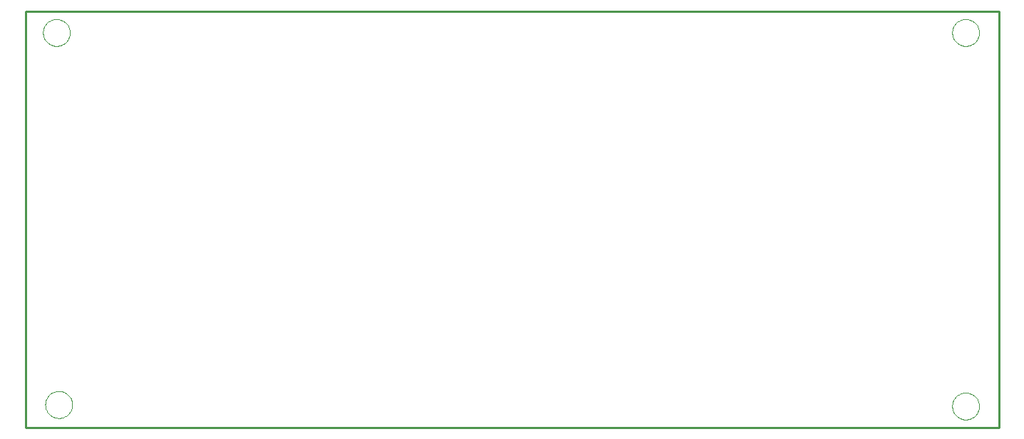
<source format=gtp>
G75*
G70*
%OFA0B0*%
%FSLAX24Y24*%
%IPPOS*%
%LPD*%
%AMOC8*
5,1,8,0,0,1.08239X$1,22.5*
%
%ADD10C,0.0100*%
%ADD11C,0.0000*%
D10*
X001035Y001833D02*
X001035Y021333D01*
X046535Y021333D01*
X046535Y001833D01*
X001035Y001833D01*
D11*
X001961Y002902D02*
X001963Y002952D01*
X001969Y003002D01*
X001979Y003051D01*
X001993Y003099D01*
X002010Y003146D01*
X002031Y003191D01*
X002056Y003235D01*
X002084Y003276D01*
X002116Y003315D01*
X002150Y003352D01*
X002187Y003386D01*
X002227Y003416D01*
X002269Y003443D01*
X002313Y003467D01*
X002359Y003488D01*
X002406Y003504D01*
X002454Y003517D01*
X002504Y003526D01*
X002553Y003531D01*
X002604Y003532D01*
X002654Y003529D01*
X002703Y003522D01*
X002752Y003511D01*
X002800Y003496D01*
X002846Y003478D01*
X002891Y003456D01*
X002934Y003430D01*
X002975Y003401D01*
X003014Y003369D01*
X003050Y003334D01*
X003082Y003296D01*
X003112Y003256D01*
X003139Y003213D01*
X003162Y003169D01*
X003181Y003123D01*
X003197Y003075D01*
X003209Y003026D01*
X003217Y002977D01*
X003221Y002927D01*
X003221Y002877D01*
X003217Y002827D01*
X003209Y002778D01*
X003197Y002729D01*
X003181Y002681D01*
X003162Y002635D01*
X003139Y002591D01*
X003112Y002548D01*
X003082Y002508D01*
X003050Y002470D01*
X003014Y002435D01*
X002975Y002403D01*
X002934Y002374D01*
X002891Y002348D01*
X002846Y002326D01*
X002800Y002308D01*
X002752Y002293D01*
X002703Y002282D01*
X002654Y002275D01*
X002604Y002272D01*
X002553Y002273D01*
X002504Y002278D01*
X002454Y002287D01*
X002406Y002300D01*
X002359Y002316D01*
X002313Y002337D01*
X002269Y002361D01*
X002227Y002388D01*
X002187Y002418D01*
X002150Y002452D01*
X002116Y002489D01*
X002084Y002528D01*
X002056Y002569D01*
X002031Y002613D01*
X002010Y002658D01*
X001993Y002705D01*
X001979Y002753D01*
X001969Y002802D01*
X001963Y002852D01*
X001961Y002902D01*
X001855Y020333D02*
X001857Y020383D01*
X001863Y020433D01*
X001873Y020482D01*
X001887Y020530D01*
X001904Y020577D01*
X001925Y020622D01*
X001950Y020666D01*
X001978Y020707D01*
X002010Y020746D01*
X002044Y020783D01*
X002081Y020817D01*
X002121Y020847D01*
X002163Y020874D01*
X002207Y020898D01*
X002253Y020919D01*
X002300Y020935D01*
X002348Y020948D01*
X002398Y020957D01*
X002447Y020962D01*
X002498Y020963D01*
X002548Y020960D01*
X002597Y020953D01*
X002646Y020942D01*
X002694Y020927D01*
X002740Y020909D01*
X002785Y020887D01*
X002828Y020861D01*
X002869Y020832D01*
X002908Y020800D01*
X002944Y020765D01*
X002976Y020727D01*
X003006Y020687D01*
X003033Y020644D01*
X003056Y020600D01*
X003075Y020554D01*
X003091Y020506D01*
X003103Y020457D01*
X003111Y020408D01*
X003115Y020358D01*
X003115Y020308D01*
X003111Y020258D01*
X003103Y020209D01*
X003091Y020160D01*
X003075Y020112D01*
X003056Y020066D01*
X003033Y020022D01*
X003006Y019979D01*
X002976Y019939D01*
X002944Y019901D01*
X002908Y019866D01*
X002869Y019834D01*
X002828Y019805D01*
X002785Y019779D01*
X002740Y019757D01*
X002694Y019739D01*
X002646Y019724D01*
X002597Y019713D01*
X002548Y019706D01*
X002498Y019703D01*
X002447Y019704D01*
X002398Y019709D01*
X002348Y019718D01*
X002300Y019731D01*
X002253Y019747D01*
X002207Y019768D01*
X002163Y019792D01*
X002121Y019819D01*
X002081Y019849D01*
X002044Y019883D01*
X002010Y019920D01*
X001978Y019959D01*
X001950Y020000D01*
X001925Y020044D01*
X001904Y020089D01*
X001887Y020136D01*
X001873Y020184D01*
X001863Y020233D01*
X001857Y020283D01*
X001855Y020333D01*
X044355Y020333D02*
X044357Y020383D01*
X044363Y020433D01*
X044373Y020482D01*
X044387Y020530D01*
X044404Y020577D01*
X044425Y020622D01*
X044450Y020666D01*
X044478Y020707D01*
X044510Y020746D01*
X044544Y020783D01*
X044581Y020817D01*
X044621Y020847D01*
X044663Y020874D01*
X044707Y020898D01*
X044753Y020919D01*
X044800Y020935D01*
X044848Y020948D01*
X044898Y020957D01*
X044947Y020962D01*
X044998Y020963D01*
X045048Y020960D01*
X045097Y020953D01*
X045146Y020942D01*
X045194Y020927D01*
X045240Y020909D01*
X045285Y020887D01*
X045328Y020861D01*
X045369Y020832D01*
X045408Y020800D01*
X045444Y020765D01*
X045476Y020727D01*
X045506Y020687D01*
X045533Y020644D01*
X045556Y020600D01*
X045575Y020554D01*
X045591Y020506D01*
X045603Y020457D01*
X045611Y020408D01*
X045615Y020358D01*
X045615Y020308D01*
X045611Y020258D01*
X045603Y020209D01*
X045591Y020160D01*
X045575Y020112D01*
X045556Y020066D01*
X045533Y020022D01*
X045506Y019979D01*
X045476Y019939D01*
X045444Y019901D01*
X045408Y019866D01*
X045369Y019834D01*
X045328Y019805D01*
X045285Y019779D01*
X045240Y019757D01*
X045194Y019739D01*
X045146Y019724D01*
X045097Y019713D01*
X045048Y019706D01*
X044998Y019703D01*
X044947Y019704D01*
X044898Y019709D01*
X044848Y019718D01*
X044800Y019731D01*
X044753Y019747D01*
X044707Y019768D01*
X044663Y019792D01*
X044621Y019819D01*
X044581Y019849D01*
X044544Y019883D01*
X044510Y019920D01*
X044478Y019959D01*
X044450Y020000D01*
X044425Y020044D01*
X044404Y020089D01*
X044387Y020136D01*
X044373Y020184D01*
X044363Y020233D01*
X044357Y020283D01*
X044355Y020333D01*
X044355Y002833D02*
X044357Y002883D01*
X044363Y002933D01*
X044373Y002982D01*
X044387Y003030D01*
X044404Y003077D01*
X044425Y003122D01*
X044450Y003166D01*
X044478Y003207D01*
X044510Y003246D01*
X044544Y003283D01*
X044581Y003317D01*
X044621Y003347D01*
X044663Y003374D01*
X044707Y003398D01*
X044753Y003419D01*
X044800Y003435D01*
X044848Y003448D01*
X044898Y003457D01*
X044947Y003462D01*
X044998Y003463D01*
X045048Y003460D01*
X045097Y003453D01*
X045146Y003442D01*
X045194Y003427D01*
X045240Y003409D01*
X045285Y003387D01*
X045328Y003361D01*
X045369Y003332D01*
X045408Y003300D01*
X045444Y003265D01*
X045476Y003227D01*
X045506Y003187D01*
X045533Y003144D01*
X045556Y003100D01*
X045575Y003054D01*
X045591Y003006D01*
X045603Y002957D01*
X045611Y002908D01*
X045615Y002858D01*
X045615Y002808D01*
X045611Y002758D01*
X045603Y002709D01*
X045591Y002660D01*
X045575Y002612D01*
X045556Y002566D01*
X045533Y002522D01*
X045506Y002479D01*
X045476Y002439D01*
X045444Y002401D01*
X045408Y002366D01*
X045369Y002334D01*
X045328Y002305D01*
X045285Y002279D01*
X045240Y002257D01*
X045194Y002239D01*
X045146Y002224D01*
X045097Y002213D01*
X045048Y002206D01*
X044998Y002203D01*
X044947Y002204D01*
X044898Y002209D01*
X044848Y002218D01*
X044800Y002231D01*
X044753Y002247D01*
X044707Y002268D01*
X044663Y002292D01*
X044621Y002319D01*
X044581Y002349D01*
X044544Y002383D01*
X044510Y002420D01*
X044478Y002459D01*
X044450Y002500D01*
X044425Y002544D01*
X044404Y002589D01*
X044387Y002636D01*
X044373Y002684D01*
X044363Y002733D01*
X044357Y002783D01*
X044355Y002833D01*
M02*

</source>
